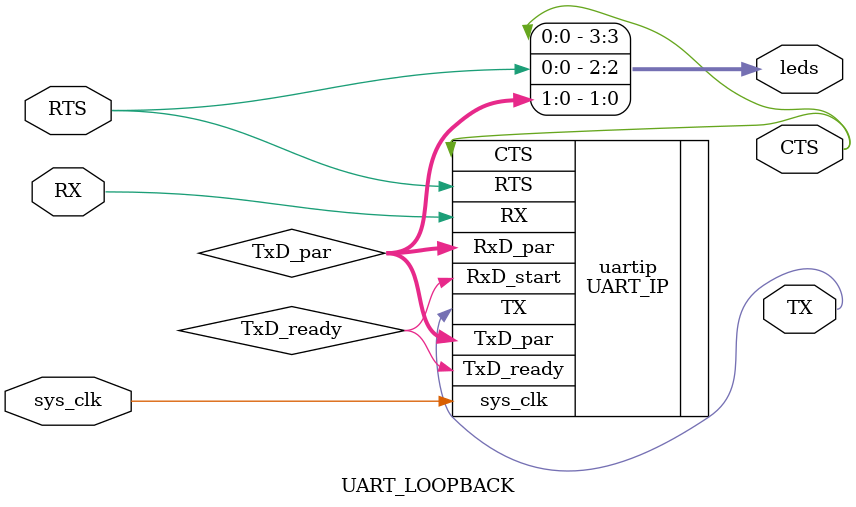
<source format=v>
`timescale 1ns / 1ps
module UART_LOOPBACK(
	 // UART USB ports
	 input sys_clk, // 27 MHZ on SP605
    output CTS,// I am ready to receive data
    input RTS, // USB Clear to send
    output TX, // Output to USB
    input RX,  // Input to USB
	 output [3:0] leds
    );

	// LOOPBACK WIRES
	wire [7:0] TxD_par;
	wire TxD_ready;
	
	
	
	assign leds = {CTS,RTS,TxD_par[1:0]};
	
	UART_IP uartip(
	 // UART USB ports
	 .sys_clk(sys_clk), // 27 MHZ on SP605
    .RTS(RTS),// I am ready to receive data
    .CTS(CTS), // USB Clear to send
    .TX(TX), // Output to USB
    .RX(RX),  // Input to USB
	 
	 // FPGA
	 .TxD_par(TxD_par),
	 .TxD_ready(TxD_ready),
	 .RxD_par(TxD_par),
	 .RxD_start(TxD_ready)
    );


endmodule

</source>
